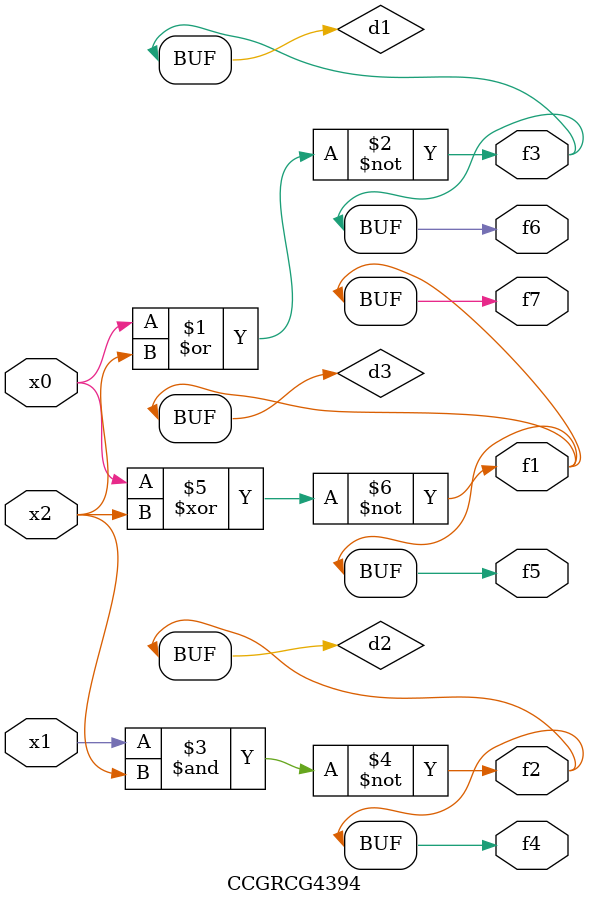
<source format=v>
module CCGRCG4394(
	input x0, x1, x2,
	output f1, f2, f3, f4, f5, f6, f7
);

	wire d1, d2, d3;

	nor (d1, x0, x2);
	nand (d2, x1, x2);
	xnor (d3, x0, x2);
	assign f1 = d3;
	assign f2 = d2;
	assign f3 = d1;
	assign f4 = d2;
	assign f5 = d3;
	assign f6 = d1;
	assign f7 = d3;
endmodule

</source>
